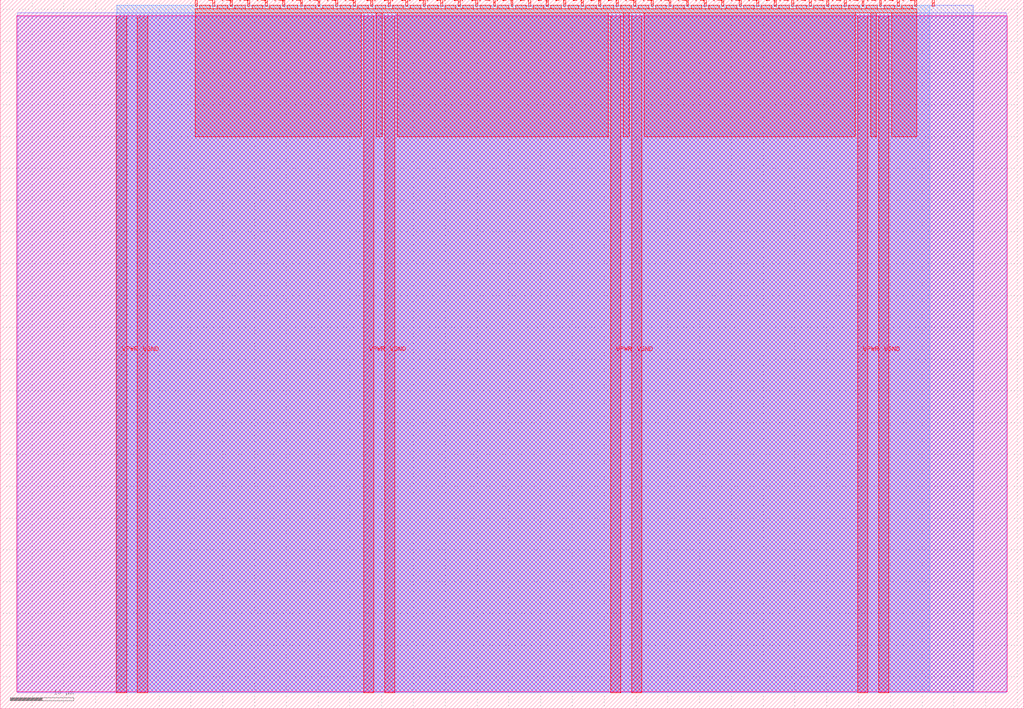
<source format=lef>
VERSION 5.7 ;
  NOWIREEXTENSIONATPIN ON ;
  DIVIDERCHAR "/" ;
  BUSBITCHARS "[]" ;
MACRO tt_um_adder_accumulator_sathworld
  CLASS BLOCK ;
  FOREIGN tt_um_adder_accumulator_sathworld ;
  ORIGIN 0.000 0.000 ;
  SIZE 161.000 BY 111.520 ;
  PIN VGND
    DIRECTION INOUT ;
    USE GROUND ;
    PORT
      LAYER met4 ;
        RECT 21.580 2.480 23.180 109.040 ;
    END
    PORT
      LAYER met4 ;
        RECT 60.450 2.480 62.050 109.040 ;
    END
    PORT
      LAYER met4 ;
        RECT 99.320 2.480 100.920 109.040 ;
    END
    PORT
      LAYER met4 ;
        RECT 138.190 2.480 139.790 109.040 ;
    END
  END VGND
  PIN VPWR
    DIRECTION INOUT ;
    USE POWER ;
    PORT
      LAYER met4 ;
        RECT 18.280 2.480 19.880 109.040 ;
    END
    PORT
      LAYER met4 ;
        RECT 57.150 2.480 58.750 109.040 ;
    END
    PORT
      LAYER met4 ;
        RECT 96.020 2.480 97.620 109.040 ;
    END
    PORT
      LAYER met4 ;
        RECT 134.890 2.480 136.490 109.040 ;
    END
  END VPWR
  PIN clk
    DIRECTION INPUT ;
    USE SIGNAL ;
    ANTENNAGATEAREA 0.852000 ;
    PORT
      LAYER met4 ;
        RECT 143.830 110.520 144.130 111.520 ;
    END
  END clk
  PIN ena
    DIRECTION INPUT ;
    USE SIGNAL ;
    PORT
      LAYER met4 ;
        RECT 146.590 110.520 146.890 111.520 ;
    END
  END ena
  PIN rst_n
    DIRECTION INPUT ;
    USE SIGNAL ;
    ANTENNAGATEAREA 0.196500 ;
    PORT
      LAYER met4 ;
        RECT 141.070 110.520 141.370 111.520 ;
    END
  END rst_n
  PIN ui_in[0]
    DIRECTION INPUT ;
    USE SIGNAL ;
    ANTENNAGATEAREA 0.196500 ;
    PORT
      LAYER met4 ;
        RECT 138.310 110.520 138.610 111.520 ;
    END
  END ui_in[0]
  PIN ui_in[1]
    DIRECTION INPUT ;
    USE SIGNAL ;
    ANTENNAGATEAREA 0.196500 ;
    PORT
      LAYER met4 ;
        RECT 135.550 110.520 135.850 111.520 ;
    END
  END ui_in[1]
  PIN ui_in[2]
    DIRECTION INPUT ;
    USE SIGNAL ;
    ANTENNAGATEAREA 0.196500 ;
    PORT
      LAYER met4 ;
        RECT 132.790 110.520 133.090 111.520 ;
    END
  END ui_in[2]
  PIN ui_in[3]
    DIRECTION INPUT ;
    USE SIGNAL ;
    ANTENNAGATEAREA 0.196500 ;
    PORT
      LAYER met4 ;
        RECT 130.030 110.520 130.330 111.520 ;
    END
  END ui_in[3]
  PIN ui_in[4]
    DIRECTION INPUT ;
    USE SIGNAL ;
    ANTENNAGATEAREA 0.196500 ;
    PORT
      LAYER met4 ;
        RECT 127.270 110.520 127.570 111.520 ;
    END
  END ui_in[4]
  PIN ui_in[5]
    DIRECTION INPUT ;
    USE SIGNAL ;
    ANTENNAGATEAREA 0.196500 ;
    PORT
      LAYER met4 ;
        RECT 124.510 110.520 124.810 111.520 ;
    END
  END ui_in[5]
  PIN ui_in[6]
    DIRECTION INPUT ;
    USE SIGNAL ;
    ANTENNAGATEAREA 0.196500 ;
    PORT
      LAYER met4 ;
        RECT 121.750 110.520 122.050 111.520 ;
    END
  END ui_in[6]
  PIN ui_in[7]
    DIRECTION INPUT ;
    USE SIGNAL ;
    ANTENNAGATEAREA 0.196500 ;
    PORT
      LAYER met4 ;
        RECT 118.990 110.520 119.290 111.520 ;
    END
  END ui_in[7]
  PIN uio_in[0]
    DIRECTION INPUT ;
    USE SIGNAL ;
    PORT
      LAYER met4 ;
        RECT 116.230 110.520 116.530 111.520 ;
    END
  END uio_in[0]
  PIN uio_in[1]
    DIRECTION INPUT ;
    USE SIGNAL ;
    ANTENNAGATEAREA 0.196500 ;
    PORT
      LAYER met4 ;
        RECT 113.470 110.520 113.770 111.520 ;
    END
  END uio_in[1]
  PIN uio_in[2]
    DIRECTION INPUT ;
    USE SIGNAL ;
    ANTENNAGATEAREA 0.196500 ;
    PORT
      LAYER met4 ;
        RECT 110.710 110.520 111.010 111.520 ;
    END
  END uio_in[2]
  PIN uio_in[3]
    DIRECTION INPUT ;
    USE SIGNAL ;
    ANTENNAGATEAREA 0.213000 ;
    PORT
      LAYER met4 ;
        RECT 107.950 110.520 108.250 111.520 ;
    END
  END uio_in[3]
  PIN uio_in[4]
    DIRECTION INPUT ;
    USE SIGNAL ;
    ANTENNAGATEAREA 0.247500 ;
    PORT
      LAYER met4 ;
        RECT 105.190 110.520 105.490 111.520 ;
    END
  END uio_in[4]
  PIN uio_in[5]
    DIRECTION INPUT ;
    USE SIGNAL ;
    ANTENNAGATEAREA 0.213000 ;
    PORT
      LAYER met4 ;
        RECT 102.430 110.520 102.730 111.520 ;
    END
  END uio_in[5]
  PIN uio_in[6]
    DIRECTION INPUT ;
    USE SIGNAL ;
    ANTENNAGATEAREA 0.213000 ;
    PORT
      LAYER met4 ;
        RECT 99.670 110.520 99.970 111.520 ;
    END
  END uio_in[6]
  PIN uio_in[7]
    DIRECTION INPUT ;
    USE SIGNAL ;
    ANTENNAGATEAREA 0.247500 ;
    PORT
      LAYER met4 ;
        RECT 96.910 110.520 97.210 111.520 ;
    END
  END uio_in[7]
  PIN uio_oe[0]
    DIRECTION OUTPUT ;
    USE SIGNAL ;
    PORT
      LAYER met4 ;
        RECT 49.990 110.520 50.290 111.520 ;
    END
  END uio_oe[0]
  PIN uio_oe[1]
    DIRECTION OUTPUT ;
    USE SIGNAL ;
    PORT
      LAYER met4 ;
        RECT 47.230 110.520 47.530 111.520 ;
    END
  END uio_oe[1]
  PIN uio_oe[2]
    DIRECTION OUTPUT ;
    USE SIGNAL ;
    PORT
      LAYER met4 ;
        RECT 44.470 110.520 44.770 111.520 ;
    END
  END uio_oe[2]
  PIN uio_oe[3]
    DIRECTION OUTPUT ;
    USE SIGNAL ;
    PORT
      LAYER met4 ;
        RECT 41.710 110.520 42.010 111.520 ;
    END
  END uio_oe[3]
  PIN uio_oe[4]
    DIRECTION OUTPUT ;
    USE SIGNAL ;
    PORT
      LAYER met4 ;
        RECT 38.950 110.520 39.250 111.520 ;
    END
  END uio_oe[4]
  PIN uio_oe[5]
    DIRECTION OUTPUT ;
    USE SIGNAL ;
    PORT
      LAYER met4 ;
        RECT 36.190 110.520 36.490 111.520 ;
    END
  END uio_oe[5]
  PIN uio_oe[6]
    DIRECTION OUTPUT ;
    USE SIGNAL ;
    PORT
      LAYER met4 ;
        RECT 33.430 110.520 33.730 111.520 ;
    END
  END uio_oe[6]
  PIN uio_oe[7]
    DIRECTION OUTPUT ;
    USE SIGNAL ;
    PORT
      LAYER met4 ;
        RECT 30.670 110.520 30.970 111.520 ;
    END
  END uio_oe[7]
  PIN uio_out[0]
    DIRECTION OUTPUT ;
    USE SIGNAL ;
    ANTENNADIFFAREA 0.795200 ;
    PORT
      LAYER met4 ;
        RECT 72.070 110.520 72.370 111.520 ;
    END
  END uio_out[0]
  PIN uio_out[1]
    DIRECTION OUTPUT ;
    USE SIGNAL ;
    PORT
      LAYER met4 ;
        RECT 69.310 110.520 69.610 111.520 ;
    END
  END uio_out[1]
  PIN uio_out[2]
    DIRECTION OUTPUT ;
    USE SIGNAL ;
    PORT
      LAYER met4 ;
        RECT 66.550 110.520 66.850 111.520 ;
    END
  END uio_out[2]
  PIN uio_out[3]
    DIRECTION OUTPUT ;
    USE SIGNAL ;
    PORT
      LAYER met4 ;
        RECT 63.790 110.520 64.090 111.520 ;
    END
  END uio_out[3]
  PIN uio_out[4]
    DIRECTION OUTPUT ;
    USE SIGNAL ;
    PORT
      LAYER met4 ;
        RECT 61.030 110.520 61.330 111.520 ;
    END
  END uio_out[4]
  PIN uio_out[5]
    DIRECTION OUTPUT ;
    USE SIGNAL ;
    PORT
      LAYER met4 ;
        RECT 58.270 110.520 58.570 111.520 ;
    END
  END uio_out[5]
  PIN uio_out[6]
    DIRECTION OUTPUT ;
    USE SIGNAL ;
    PORT
      LAYER met4 ;
        RECT 55.510 110.520 55.810 111.520 ;
    END
  END uio_out[6]
  PIN uio_out[7]
    DIRECTION OUTPUT ;
    USE SIGNAL ;
    PORT
      LAYER met4 ;
        RECT 52.750 110.520 53.050 111.520 ;
    END
  END uio_out[7]
  PIN uo_out[0]
    DIRECTION OUTPUT ;
    USE SIGNAL ;
    ANTENNADIFFAREA 0.891000 ;
    PORT
      LAYER met4 ;
        RECT 94.150 110.520 94.450 111.520 ;
    END
  END uo_out[0]
  PIN uo_out[1]
    DIRECTION OUTPUT ;
    USE SIGNAL ;
    ANTENNADIFFAREA 0.891000 ;
    PORT
      LAYER met4 ;
        RECT 91.390 110.520 91.690 111.520 ;
    END
  END uo_out[1]
  PIN uo_out[2]
    DIRECTION OUTPUT ;
    USE SIGNAL ;
    ANTENNADIFFAREA 0.891000 ;
    PORT
      LAYER met4 ;
        RECT 88.630 110.520 88.930 111.520 ;
    END
  END uo_out[2]
  PIN uo_out[3]
    DIRECTION OUTPUT ;
    USE SIGNAL ;
    ANTENNADIFFAREA 0.891000 ;
    PORT
      LAYER met4 ;
        RECT 85.870 110.520 86.170 111.520 ;
    END
  END uo_out[3]
  PIN uo_out[4]
    DIRECTION OUTPUT ;
    USE SIGNAL ;
    ANTENNADIFFAREA 0.891000 ;
    PORT
      LAYER met4 ;
        RECT 83.110 110.520 83.410 111.520 ;
    END
  END uo_out[4]
  PIN uo_out[5]
    DIRECTION OUTPUT ;
    USE SIGNAL ;
    ANTENNADIFFAREA 0.891000 ;
    PORT
      LAYER met4 ;
        RECT 80.350 110.520 80.650 111.520 ;
    END
  END uo_out[5]
  PIN uo_out[6]
    DIRECTION OUTPUT ;
    USE SIGNAL ;
    ANTENNADIFFAREA 0.891000 ;
    PORT
      LAYER met4 ;
        RECT 77.590 110.520 77.890 111.520 ;
    END
  END uo_out[6]
  PIN uo_out[7]
    DIRECTION OUTPUT ;
    USE SIGNAL ;
    ANTENNADIFFAREA 0.891000 ;
    PORT
      LAYER met4 ;
        RECT 74.830 110.520 75.130 111.520 ;
    END
  END uo_out[7]
  OBS
      LAYER nwell ;
        RECT 2.570 2.635 158.430 108.990 ;
      LAYER li1 ;
        RECT 2.760 2.635 158.240 108.885 ;
      LAYER met1 ;
        RECT 2.760 2.480 158.240 109.440 ;
      LAYER met2 ;
        RECT 18.310 2.535 153.080 110.685 ;
      LAYER met3 ;
        RECT 18.290 2.555 146.215 110.665 ;
      LAYER met4 ;
        RECT 31.370 110.120 33.030 110.665 ;
        RECT 34.130 110.120 35.790 110.665 ;
        RECT 36.890 110.120 38.550 110.665 ;
        RECT 39.650 110.120 41.310 110.665 ;
        RECT 42.410 110.120 44.070 110.665 ;
        RECT 45.170 110.120 46.830 110.665 ;
        RECT 47.930 110.120 49.590 110.665 ;
        RECT 50.690 110.120 52.350 110.665 ;
        RECT 53.450 110.120 55.110 110.665 ;
        RECT 56.210 110.120 57.870 110.665 ;
        RECT 58.970 110.120 60.630 110.665 ;
        RECT 61.730 110.120 63.390 110.665 ;
        RECT 64.490 110.120 66.150 110.665 ;
        RECT 67.250 110.120 68.910 110.665 ;
        RECT 70.010 110.120 71.670 110.665 ;
        RECT 72.770 110.120 74.430 110.665 ;
        RECT 75.530 110.120 77.190 110.665 ;
        RECT 78.290 110.120 79.950 110.665 ;
        RECT 81.050 110.120 82.710 110.665 ;
        RECT 83.810 110.120 85.470 110.665 ;
        RECT 86.570 110.120 88.230 110.665 ;
        RECT 89.330 110.120 90.990 110.665 ;
        RECT 92.090 110.120 93.750 110.665 ;
        RECT 94.850 110.120 96.510 110.665 ;
        RECT 97.610 110.120 99.270 110.665 ;
        RECT 100.370 110.120 102.030 110.665 ;
        RECT 103.130 110.120 104.790 110.665 ;
        RECT 105.890 110.120 107.550 110.665 ;
        RECT 108.650 110.120 110.310 110.665 ;
        RECT 111.410 110.120 113.070 110.665 ;
        RECT 114.170 110.120 115.830 110.665 ;
        RECT 116.930 110.120 118.590 110.665 ;
        RECT 119.690 110.120 121.350 110.665 ;
        RECT 122.450 110.120 124.110 110.665 ;
        RECT 125.210 110.120 126.870 110.665 ;
        RECT 127.970 110.120 129.630 110.665 ;
        RECT 130.730 110.120 132.390 110.665 ;
        RECT 133.490 110.120 135.150 110.665 ;
        RECT 136.250 110.120 137.910 110.665 ;
        RECT 139.010 110.120 140.670 110.665 ;
        RECT 141.770 110.120 143.430 110.665 ;
        RECT 30.655 109.440 144.145 110.120 ;
        RECT 30.655 89.935 56.750 109.440 ;
        RECT 59.150 89.935 60.050 109.440 ;
        RECT 62.450 89.935 95.620 109.440 ;
        RECT 98.020 89.935 98.920 109.440 ;
        RECT 101.320 89.935 134.490 109.440 ;
        RECT 136.890 89.935 137.790 109.440 ;
        RECT 140.190 89.935 144.145 109.440 ;
  END
END tt_um_adder_accumulator_sathworld
END LIBRARY


</source>
